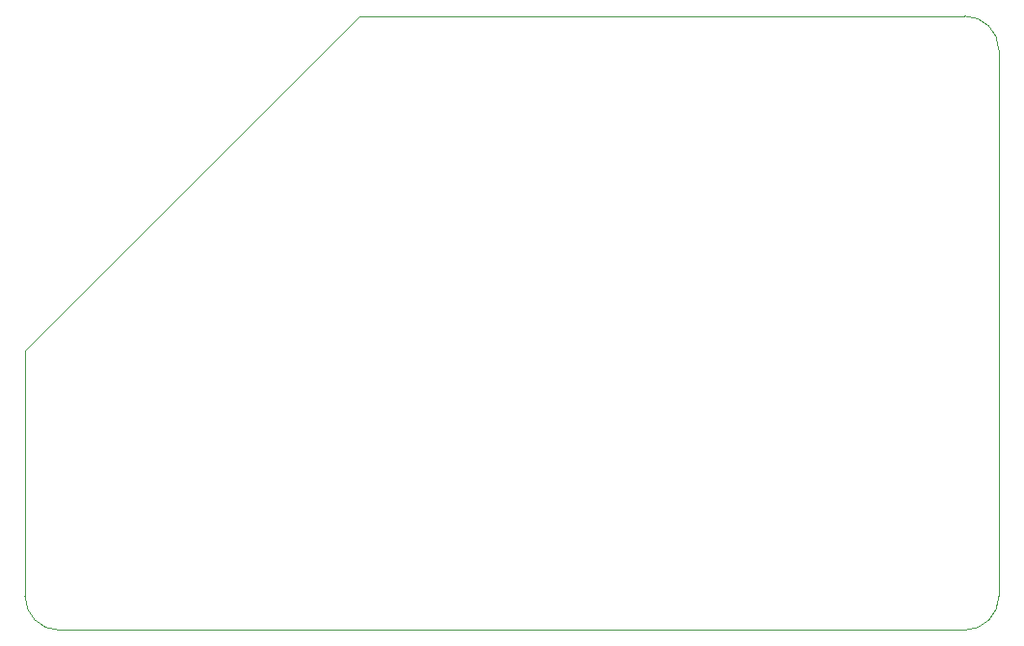
<source format=gm1>
%TF.GenerationSoftware,KiCad,Pcbnew,7.0.0*%
%TF.CreationDate,2023-03-04T18:46:55+01:00*%
%TF.ProjectId,Z80Card,5a383043-6172-4642-9e6b-696361645f70,1.1*%
%TF.SameCoordinates,Original*%
%TF.FileFunction,Profile,NP*%
%FSLAX46Y46*%
G04 Gerber Fmt 4.6, Leading zero omitted, Abs format (unit mm)*
G04 Created by KiCad (PCBNEW 7.0.0) date 2023-03-04 18:46:55*
%MOMM*%
%LPD*%
G01*
G04 APERTURE LIST*
%TA.AperFunction,Profile*%
%ADD10C,0.100000*%
%TD*%
G04 APERTURE END LIST*
D10*
X184400000Y-122600000D02*
G75*
G03*
X187400000Y-119600000I0J3000000D01*
G01*
X104800000Y-122600000D02*
X184400000Y-122600000D01*
X101800000Y-98000000D02*
X131200000Y-68600000D01*
X184400000Y-68600000D02*
X131200000Y-68600000D01*
X187400000Y-119600000D02*
X187400000Y-71600000D01*
X187400000Y-71600000D02*
G75*
G03*
X184400000Y-68600000I-3000000J0D01*
G01*
X101800000Y-98000000D02*
X101800000Y-119600000D01*
X101800000Y-119600000D02*
G75*
G03*
X104800000Y-122600000I3000000J0D01*
G01*
M02*

</source>
